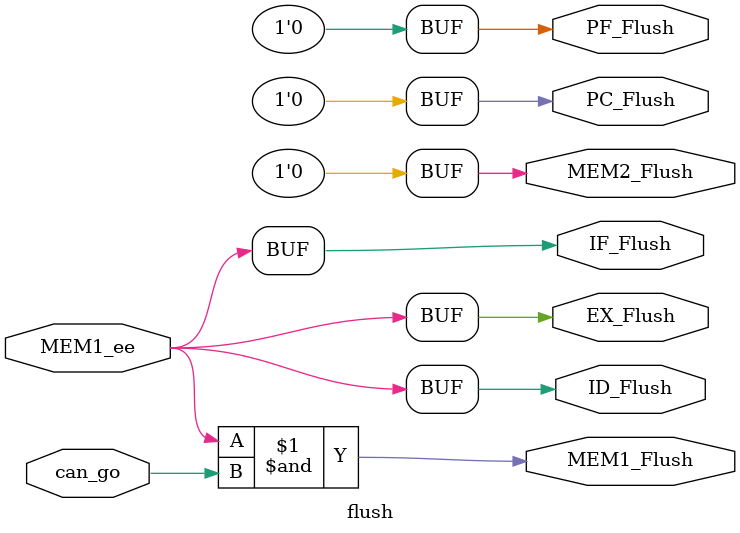
<source format=v>
module npc(
	ret_addr, NPCOp, NPC_op00, NPC_op01, NPC_op10, flush_condition_00, flush_condition_01,
	flush_condition_10, flush_condition_11, target_addr_final, 
	ee, NPC_ee,

	Instr_Flush, NPC
	);

	input [31:0] 		ret_addr;
	input [1:0] 		NPCOp;
	input [31:0]		NPC_op00;
    input [31:0] 		NPC_op01;
    input [31:0] 		NPC_op10;
    input 				flush_condition_00;
    input 				flush_condition_01;
    input 				flush_condition_10;
    input 				flush_condition_11;
	input [31:0]		target_addr_final;
    input 				ee;
    input [31:0] 		NPC_ee;

	output reg [31:0] 	NPC;
	output 				Instr_Flush;

	reg [31:0] 			NPC_temp;
	reg 				branch_error;

	always@(NPCOp, NPC_op00, NPC_op01, NPC_op10, ret_addr) begin
			case(NPCOp)
				2'b00:	NPC_temp = NPC_op00;								//sequential execution
				2'b01:	NPC_temp = NPC_op01;								//branch
				2'b10:	NPC_temp = NPC_op10;								//jump
				default:NPC_temp = ret_addr;								//jump return
			endcase
	end

	always@(ee, NPC_ee, branch_error, NPC_temp, target_addr_final) begin
		if (ee) begin
			NPC = NPC_ee;
		end
		else if (branch_error) begin
			NPC = NPC_temp;
		end
		else begin
			NPC = target_addr_final;
		end
	end

	always@(NPCOp, flush_condition_00, flush_condition_01, flush_condition_10, flush_condition_11)
		case(NPCOp)
			2'b00:	branch_error = flush_condition_00;
			2'b01:	branch_error = flush_condition_01;
			2'b10:	branch_error = flush_condition_10;
			default:branch_error = flush_condition_11;
		endcase

	assign Instr_Flush = branch_error | ee;
	
endmodule


module flush(
	MEM1_ee, can_go,

	PC_Flush,PF_Flush,IF_Flush,ID_Flush,
	EX_Flush,MEM1_Flush,MEM2_Flush
	);
	input 			MEM1_ee;
	input 			can_go;

	output 			IF_Flush;
	output 			ID_Flush;
	output 			EX_Flush;
	output 			PC_Flush;
	output 			MEM1_Flush;
	output 			MEM2_Flush;
	output 			PF_Flush;

	assign IF_Flush =  MEM1_ee ;
	assign ID_Flush = MEM1_ee ;
	assign EX_Flush = MEM1_ee ;
	assign MEM1_Flush = MEM1_ee &can_go;
	assign PC_Flush = 1'b0 ;
	assign MEM2_Flush = 1'b0;
	assign PF_Flush = 1'b0 ;

endmodule
</source>
